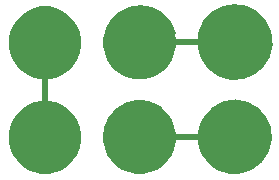
<source format=gbs>
%TF.GenerationSoftware,KiCad,Pcbnew,5.0.0-fee4fd1~66~ubuntu16.04.1*%
%TF.CreationDate,2018-09-15T14:44:57-07:00*%
%TF.ProjectId,2x3-Dark-Detector,3278332D4461726B2D4465746563746F,1.0*%
%TF.SameCoordinates,Original*%
%TF.FileFunction,Soldermask,Bot*%
%TF.FilePolarity,Negative*%
%FSLAX46Y46*%
G04 Gerber Fmt 4.6, Leading zero omitted, Abs format (unit mm)*
G04 Created by KiCad (PCBNEW 5.0.0-fee4fd1~66~ubuntu16.04.1) date Sat Sep 15 14:44:57 2018*
%MOMM*%
%LPD*%
G01*
G04 APERTURE LIST*
%ADD10C,0.500000*%
%ADD11C,0.700000*%
%ADD12C,0.350000*%
G04 APERTURE END LIST*
D10*
X87566500Y-36004500D02*
X87566500Y-29083000D01*
X96012000Y-36639500D02*
X102933500Y-36639500D01*
X95885000Y-28575000D02*
X102806500Y-28575000D01*
D11*
X98348479Y-36823150D02*
G75*
G02X97155000Y-34290000I-2760462J247150D01*
G01*
X97471200Y-30631051D02*
G75*
G02X98298000Y-27813000I-1840200J2070219D01*
G01*
X101916972Y-34371467D02*
G75*
G02X100838000Y-36830000I1715028J-2218701D01*
G01*
X100836464Y-27909399D02*
G75*
G02X101600000Y-30607000I2795536J-665601D01*
G01*
D12*
G36*
X104463796Y-33681517D02*
X105023625Y-33913406D01*
X105023627Y-33913407D01*
X105527463Y-34250060D01*
X105955939Y-34678536D01*
X106292594Y-35182375D01*
X106524483Y-35742204D01*
X106642700Y-36336521D01*
X106642700Y-36942479D01*
X106524483Y-37536796D01*
X106292594Y-38096625D01*
X106292593Y-38096627D01*
X105955940Y-38600463D01*
X105527463Y-39028940D01*
X105023627Y-39365593D01*
X105023626Y-39365594D01*
X105023625Y-39365594D01*
X104463796Y-39597483D01*
X103869479Y-39715700D01*
X103263521Y-39715700D01*
X102669204Y-39597483D01*
X102109375Y-39365594D01*
X102109374Y-39365594D01*
X102109373Y-39365593D01*
X101605537Y-39028940D01*
X101177060Y-38600463D01*
X100840407Y-38096627D01*
X100840406Y-38096625D01*
X100608517Y-37536796D01*
X100490300Y-36942479D01*
X100490300Y-36336521D01*
X100608517Y-35742204D01*
X100840406Y-35182375D01*
X101177061Y-34678536D01*
X101605537Y-34250060D01*
X102109373Y-33913407D01*
X102109375Y-33913406D01*
X102669204Y-33681517D01*
X103263521Y-33563300D01*
X103869479Y-33563300D01*
X104463796Y-33681517D01*
X104463796Y-33681517D01*
G37*
G36*
X96463796Y-33681517D02*
X97023625Y-33913406D01*
X97023627Y-33913407D01*
X97527463Y-34250060D01*
X97955939Y-34678536D01*
X98292594Y-35182375D01*
X98524483Y-35742204D01*
X98642700Y-36336521D01*
X98642700Y-36942479D01*
X98524483Y-37536796D01*
X98292594Y-38096625D01*
X98292593Y-38096627D01*
X97955940Y-38600463D01*
X97527463Y-39028940D01*
X97023627Y-39365593D01*
X97023626Y-39365594D01*
X97023625Y-39365594D01*
X96463796Y-39597483D01*
X95869479Y-39715700D01*
X95263521Y-39715700D01*
X94669204Y-39597483D01*
X94109375Y-39365594D01*
X94109374Y-39365594D01*
X94109373Y-39365593D01*
X93605537Y-39028940D01*
X93177060Y-38600463D01*
X92840407Y-38096627D01*
X92840406Y-38096625D01*
X92608517Y-37536796D01*
X92490300Y-36942479D01*
X92490300Y-36336521D01*
X92608517Y-35742204D01*
X92840406Y-35182375D01*
X93177061Y-34678536D01*
X93605537Y-34250060D01*
X94109373Y-33913407D01*
X94109375Y-33913406D01*
X94669204Y-33681517D01*
X95263521Y-33563300D01*
X95869479Y-33563300D01*
X96463796Y-33681517D01*
X96463796Y-33681517D01*
G37*
G36*
X88463796Y-33681517D02*
X89023625Y-33913406D01*
X89023627Y-33913407D01*
X89527463Y-34250060D01*
X89955939Y-34678536D01*
X90292594Y-35182375D01*
X90524483Y-35742204D01*
X90642700Y-36336521D01*
X90642700Y-36942479D01*
X90524483Y-37536796D01*
X90292594Y-38096625D01*
X90292593Y-38096627D01*
X89955940Y-38600463D01*
X89527463Y-39028940D01*
X89023627Y-39365593D01*
X89023626Y-39365594D01*
X89023625Y-39365594D01*
X88463796Y-39597483D01*
X87869479Y-39715700D01*
X87263521Y-39715700D01*
X86669204Y-39597483D01*
X86109375Y-39365594D01*
X86109374Y-39365594D01*
X86109373Y-39365593D01*
X85605537Y-39028940D01*
X85177060Y-38600463D01*
X84840407Y-38096627D01*
X84840406Y-38096625D01*
X84608517Y-37536796D01*
X84490300Y-36942479D01*
X84490300Y-36336521D01*
X84608517Y-35742204D01*
X84840406Y-35182375D01*
X85177061Y-34678536D01*
X85605537Y-34250060D01*
X86109373Y-33913407D01*
X86109375Y-33913406D01*
X86669204Y-33681517D01*
X87263521Y-33563300D01*
X87869479Y-33563300D01*
X88463796Y-33681517D01*
X88463796Y-33681517D01*
G37*
G36*
X104463796Y-25681517D02*
X105023625Y-25913406D01*
X105023627Y-25913407D01*
X105527463Y-26250060D01*
X105955939Y-26678536D01*
X106292594Y-27182375D01*
X106524483Y-27742204D01*
X106642700Y-28336521D01*
X106642700Y-28942479D01*
X106524483Y-29536796D01*
X106292594Y-30096625D01*
X106292593Y-30096627D01*
X105955940Y-30600463D01*
X105527463Y-31028940D01*
X105023627Y-31365593D01*
X105023626Y-31365594D01*
X105023625Y-31365594D01*
X104463796Y-31597483D01*
X103869479Y-31715700D01*
X103263521Y-31715700D01*
X102669204Y-31597483D01*
X102109375Y-31365594D01*
X102109374Y-31365594D01*
X102109373Y-31365593D01*
X101605537Y-31028940D01*
X101177060Y-30600463D01*
X100840407Y-30096627D01*
X100840406Y-30096625D01*
X100608517Y-29536796D01*
X100490300Y-28942479D01*
X100490300Y-28336521D01*
X100608517Y-27742204D01*
X100840406Y-27182375D01*
X101177061Y-26678536D01*
X101605537Y-26250060D01*
X102109373Y-25913407D01*
X102109375Y-25913406D01*
X102669204Y-25681517D01*
X103263521Y-25563300D01*
X103869479Y-25563300D01*
X104463796Y-25681517D01*
X104463796Y-25681517D01*
G37*
G36*
X96463796Y-25681517D02*
X97023625Y-25913406D01*
X97023627Y-25913407D01*
X97527463Y-26250060D01*
X97955939Y-26678536D01*
X98292594Y-27182375D01*
X98524483Y-27742204D01*
X98642700Y-28336521D01*
X98642700Y-28942479D01*
X98524483Y-29536796D01*
X98292594Y-30096625D01*
X98292593Y-30096627D01*
X97955940Y-30600463D01*
X97527463Y-31028940D01*
X97023627Y-31365593D01*
X97023626Y-31365594D01*
X97023625Y-31365594D01*
X96463796Y-31597483D01*
X95869479Y-31715700D01*
X95263521Y-31715700D01*
X94669204Y-31597483D01*
X94109375Y-31365594D01*
X94109374Y-31365594D01*
X94109373Y-31365593D01*
X93605537Y-31028940D01*
X93177060Y-30600463D01*
X92840407Y-30096627D01*
X92840406Y-30096625D01*
X92608517Y-29536796D01*
X92490300Y-28942479D01*
X92490300Y-28336521D01*
X92608517Y-27742204D01*
X92840406Y-27182375D01*
X93177061Y-26678536D01*
X93605537Y-26250060D01*
X94109373Y-25913407D01*
X94109375Y-25913406D01*
X94669204Y-25681517D01*
X95263521Y-25563300D01*
X95869479Y-25563300D01*
X96463796Y-25681517D01*
X96463796Y-25681517D01*
G37*
G36*
X88463796Y-25681517D02*
X89023625Y-25913406D01*
X89023627Y-25913407D01*
X89527463Y-26250060D01*
X89955939Y-26678536D01*
X90292594Y-27182375D01*
X90524483Y-27742204D01*
X90642700Y-28336521D01*
X90642700Y-28942479D01*
X90524483Y-29536796D01*
X90292594Y-30096625D01*
X90292593Y-30096627D01*
X89955940Y-30600463D01*
X89527463Y-31028940D01*
X89023627Y-31365593D01*
X89023626Y-31365594D01*
X89023625Y-31365594D01*
X88463796Y-31597483D01*
X87869479Y-31715700D01*
X87263521Y-31715700D01*
X86669204Y-31597483D01*
X86109375Y-31365594D01*
X86109374Y-31365594D01*
X86109373Y-31365593D01*
X85605537Y-31028940D01*
X85177060Y-30600463D01*
X84840407Y-30096627D01*
X84840406Y-30096625D01*
X84608517Y-29536796D01*
X84490300Y-28942479D01*
X84490300Y-28336521D01*
X84608517Y-27742204D01*
X84840406Y-27182375D01*
X85177061Y-26678536D01*
X85605537Y-26250060D01*
X86109373Y-25913407D01*
X86109375Y-25913406D01*
X86669204Y-25681517D01*
X87263521Y-25563300D01*
X87869479Y-25563300D01*
X88463796Y-25681517D01*
X88463796Y-25681517D01*
G37*
M02*

</source>
